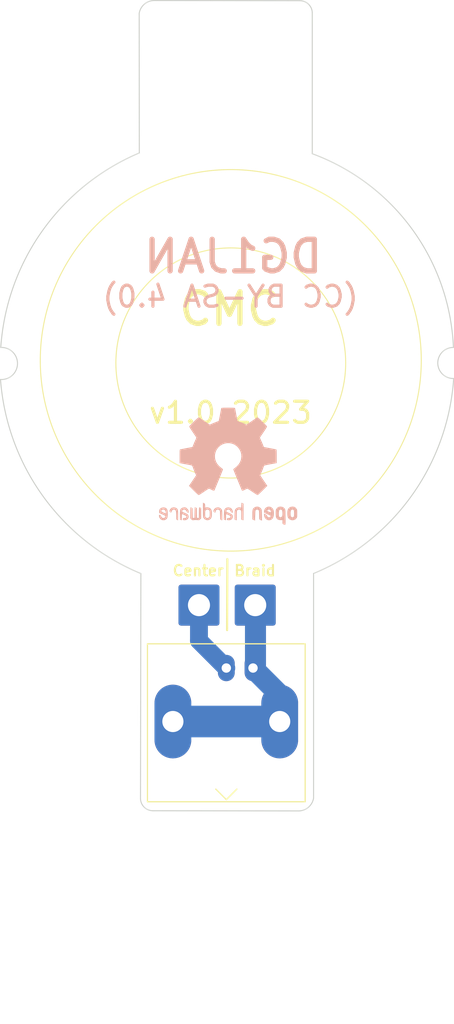
<source format=kicad_pcb>
(kicad_pcb (version 20211014) (generator pcbnew)
  (layers (0 "F.Cu" signal) (31 "B.Cu" signal) (34 "B.Paste" user) (35 "F.Paste" user) (36 "B.SilkS" user "B.Silkscreen") (37 "F.SilkS" user "F.Silkscreen") (38 "B.Mask" user) (39 "F.Mask" user) (44 "Edge.Cuts" user))
  (net 0 "")
  (net 1 "gnd")
  (footprint "MountingHole:MountingHole_2.5mm" (layer "F.Cu") (at 122.575 70.45)
    (fp_text reference "REF**" hide)
    (fp_text value "MountingHole_2.5mm" hide)
    (pad "" np_thru_hole circle (at 0 0) (size 3 3) (drill 3) (layers F&B.Cu *.Mask))
  )
  (footprint "MountingHole:MountingHole_2.5mm" (layer "F.Cu") (at 122.575 66.4)
    (fp_text reference "REF**" hide)
    (fp_text value "MountingHole_2.5mm" hide)
    (pad "" np_thru_hole circle (at 0 0) (size 3 3) (drill 3) (layers F&B.Cu *.Mask))
  )
  (footprint "MountingHole:MountingHole_2.5mm" (layer "F.Cu") (at 122.55 74.55)
    (fp_text reference "REF**" hide)
    (fp_text value "MountingHole_2.5mm" hide)
    (pad "" np_thru_hole circle (at 0 0) (size 3 3) (drill 3) (layers F&B.Cu *.Mask))
  )
  (footprint "Connector_Coaxial:BNC_Amphenol_B6252HB-NPP3G-50_Horizontal" (layer "F.Cu") (at 119.6 126.55 180)
    (fp_text reference "J1" hide)
    (fp_text value "BNC" hide)
    (fp_line (start -7.5 2.3) (end -7.5 -12.7) (layer "F.SilkS") (width 0.12))
    (fp_line (start 7.5 2.3) (end -7.5 2.3) (layer "F.SilkS") (width 0.12))
    (fp_line (start 0 -12.5) (end 1 -11.5) (layer "F.SilkS") (width 0.12))
    (fp_line (start 7.5 -12.7) (end 7.5 2.3) (layer "F.SilkS") (width 0.12))
    (fp_line (start 0 -12.5) (end -1 -11.5) (layer "F.SilkS") (width 0.12))
    (fp_line (start -7.5 -12.7) (end 7.5 -12.7) (layer "F.SilkS") (width 0.12))
    (pad "1" thru_hole oval (at 0 0 180) (size 1.6 2.5) (drill 0.89) (layers *.Cu *.Mask))
    (pad "2" thru_hole oval (at -5.08 -5.08 180) (size 3.5 7) (drill 2.01) (layers *.Cu *.Mask) (net 1 "gnd"))
    (pad "2" thru_hole oval (at -2.54 0 180) (size 1.6 2.5) (drill 0.89) (layers *.Cu *.Mask))
    (pad "2" thru_hole oval (at 5.08 -5.08 180) (size 3.5 7) (drill 2.01) (layers *.Cu *.Mask))
  )
  (footprint "Connector_Wire:SolderWire-1.5sqmm_1x01_D1.7mm_OD3.9mm" (layer "F.Cu") (at 122.35 120.575)
    (fp_text reference "J3" hide)
    (fp_text value "B_THT_Pad")
    (pad "1" thru_hole roundrect (at 0 0) (size 3.9 3.9) (drill 2.1) (layers *.Cu *.Mask) (roundrect_rratio 0.06410307692) (net 1 "gnd"))
  )
  (footprint "MountingHole:MountingHole_2.5mm" (layer "F.Cu") (at 116.625 74.6)
    (fp_text reference "REF**" hide)
    (fp_text value "MountingHole_2.5mm" hide)
    (pad "" np_thru_hole circle (at 0 0) (size 3 3) (drill 3) (layers F&B.Cu *.Mask))
  )
  (footprint "MountingHole:MountingHole_2.5mm" (layer "F.Cu") (at 116.65 66.45)
    (fp_text reference "REF**" hide)
    (fp_text value "MountingHole_2.5mm" hide)
    (pad "" np_thru_hole circle (at 0 0) (size 3 3) (drill 3) (layers F&B.Cu *.Mask))
  )
  (footprint "MountingHole:MountingHole_2.5mm" (layer "F.Cu") (at 116.65 70.5)
    (fp_text reference "REF**" hide)
    (fp_text value "MountingHole_2.5mm" hide)
    (pad "" np_thru_hole circle (at 0 0) (size 3 3) (drill 3) (layers F&B.Cu *.Mask))
  )
  (footprint "MountingHole:MountingHole_2.5mm" (layer "F.Cu") (at 114.825 97.575)
    (fp_text reference "REF**" hide)
    (fp_text value "MountingHole_2.5mm" hide)
    (pad "" np_thru_hole circle (at 0 0) (size 3 3) (drill 3) (layers F&B.Cu *.Mask))
  )
  (footprint "Connector_Wire:SolderWire-1.5sqmm_1x01_D1.7mm_OD3.9mm" (layer "F.Cu") (at 117 120.575)
    (fp_text reference "J3" hide)
    (fp_text value "B_THT_Pad")
    (pad "1" thru_hole roundrect (at 0 0) (size 3.9 3.9) (drill 2.1) (layers *.Cu *.Mask) (roundrect_rratio 0.06410307692))
  )
  (footprint "MountingHole:MountingHole_2.5mm" (layer "F.Cu") (at 124.75 97.5)
    (fp_text reference "REF**" hide)
    (fp_text value "MountingHole_2.5mm" hide)
    (pad "" np_thru_hole circle (at 0 0) (size 3 3) (drill 3) (layers F&B.Cu *.Mask))
  )
  (footprint "Symbol:OSHW-Logo2_14.6x12mm_SilkScreen" (layer "B.Cu") (at 119.775 107.375 180)
    (fp_text reference "REF**" hide)
    (fp_text value "OSHW-Logo2_14.6x12mm_SilkScreen" hide)
    (fp_poly (pts (xy -2.582571 -3.877719) (xy -2.488877 -3.931914) (xy -2.423736 -3.985707) (xy -2.376093 -4.042066) (xy -2.343272 -4.110987) (xy -2.322594 -4.202468) (xy -2.31138 -4.326506) (xy -2.306951 -4.493098) (xy -2.306437 -4.612851) (xy -2.306437 -5.053659) (xy -2.430517 -5.109283) (xy -2.554598 -5.164907) (xy -2.569195 -4.682095) (xy -2.575227 -4.501779) (xy -2.581555 -4.370901) (xy -2.589394 -4.280511) (xy -2.599963 -4.221664) (xy -2.614477 -4.185413) (xy -2.634152 -4.16281) (xy -2.640465 -4.157917) (xy -2.736112 -4.119706) (xy -2.832793 -4.134827) (xy -2.890345 -4.174943) (xy -2.913755 -4.20337) (xy -2.929961 -4.240672) (xy -2.940259 -4.297223) (xy -2.945951 -4.383394) (xy -2.948336 -4.509558) (xy -2.948736 -4.641042) (xy -2.948814 -4.805999) (xy -2.951639 -4.922761) (xy -2.961093 -5.00151) (xy -2.98106 -5.052431) (xy -3.015424 -5.085706) (xy -3.068068 -5.11152) (xy -3.138383 -5.138344) (xy -3.21518 -5.167542) (xy -3.206038 -4.649346) (xy -3.202357 -4.462539) (xy -3.19805 -4.32449) (xy -3.191877 -4.225568) (xy -3.182598 -4.156145) (xy -3.168973 -4.10659) (xy -3.149761 -4.067273) (xy -3.126598 -4.032584) (xy -3.014848 -3.92177) (xy -2.878487 -3.857689) (xy -2.730175 -3.842339) (xy -2.582571 -3.877719)) (layer "B.SilkS") (width 0.01) (fill solid))
    (fp_poly (pts (xy -1.255402 -3.723857) (xy -1.246846 -3.843188) (xy -1.237019 -3.913506) (xy -1.223401 -3.944179) (xy -1.203473 -3.944571) (xy -1.197011 -3.94091) (xy -1.11106 -3.914398) (xy -0.999255 -3.915946) (xy -0.885586 -3.943199) (xy -0.81449 -3.978455) (xy -0.741595 -4.034778) (xy -0.688307 -4.098519) (xy -0.651725 -4.17951) (xy -0.62895 -4.287586) (xy -0.617081 -4.43258) (xy -0.613218 -4.624326) (xy -0.613149 -4.661109) (xy -0.613103 -5.074288) (xy -0.705046 -5.106339) (xy -0.770348 -5.128144) (xy -0.806176 -5.138297) (xy -0.80723 -5.138391) (xy -0.810758 -5.11086) (xy -0.813761 -5.034923) (xy -0.81601 -4.920565) (xy -0.817276 -4.777769) (xy -0.817471 -4.690951) (xy -0.817877 -4.519773) (xy -0.819968 -4.397088) (xy -0.825053 -4.313) (xy -0.83444 -4.257614) (xy -0.849439 -4.221032) (xy -0.871358 -4.193359) (xy -0.885043 -4.180032) (xy -0.979051 -4.126328) (xy -1.081636 -4.122307) (xy -1.17471 -4.167725) (xy -1.191922 -4.184123) (xy -1.217168 -4.214957) (xy -1.23468 -4.251531) (xy -1.245858 -4.304415) (xy -1.252104 -4.384177) (xy -1.254818 -4.501385) (xy -1.255402 -4.662991) (xy -1.255402 -5.074288) (xy -1.347345 -5.106339) (xy -1.412647 -5.128144) (xy -1.448475 -5.138297) (xy -1.449529 -5.138391) (xy -1.452225 -5.110448) (xy -1.454655 -5.03163) (xy -1.456722 -4.909453) (xy -1.458329 -4.751432) (xy -1.459377 -4.565083) (xy -1.459769 -4.35792) (xy -1.45977 -4.348706) (xy -1.45977 -3.55902) (xy -1.364885 -3.518997) (xy -1.27 -3.478973) (xy -1.255402 -3.723857)) (layer "B.SilkS") (width 0.01) (fill solid))
    (fp_poly (pts (xy 4.314406 -3.935156) (xy 4.398469 -3.973393) (xy 4.46445 -4.019726) (xy 4.512794 -4.071532) (xy 4.546172 -4.138363) (xy 4.567253 -4.229769) (xy 4.578707 -4.355301) (xy 4.583203 -4.524508) (xy 4.583678 -4.635933) (xy 4.583678 -5.070627) (xy 4.509316 -5.104509) (xy 4.450746 -5.129272) (xy 4.42173 -5.138391) (xy 4.416179 -5.111257) (xy 4.411775 -5.038094) (xy 4.409078 -4.931263) (xy 4.408506 -4.846437) (xy 4.406046 -4.723887) (xy 4.399412 -4.626668) (xy 4.389726 -4.567134) (xy 4.382032 -4.554483) (xy 4.330311 -4.567402) (xy 4.249117 -4.600539) (xy 4.155102 -4.645461) (xy 4.064917 -4.693735) (xy 3.995215 -4.736928) (xy 3.962648 -4.766608) (xy 3.962519 -4.766929) (xy 3.96532 -4.821857) (xy 3.990439 -4.874292) (xy 4.034541 -4.916881) (xy 4.098909 -4.931126) (xy 4.153921 -4.929466) (xy 4.231835 -4.928245) (xy 4.272732 -4.946498) (xy 4.297295 -4.994726) (xy 4.300392 -5.00382) (xy 4.31104 -5.072598) (xy 4.282565 -5.11436) (xy 4.208344 -5.134263) (xy 4.128168 -5.137944) (xy 3.98389 -5.110658) (xy 3.909203 -5.07169) (xy 3.816963 -4.980148) (xy 3.768043 -4.867782) (xy 3.763654 -4.749051) (xy 3.805001 -4.638411) (xy 3.867197 -4.56908) (xy 3.929294 -4.530265) (xy 4.026895 -4.481125) (xy 4.140632 -4.431292) (xy 4.15959 -4.423677) (xy 4.284521 -4.368545) (xy 4.356539 -4.319954) (xy 4.3797 -4.271647) (xy 4.358064 -4.21737) (xy 4.32092 -4.174943) (xy 4.233127 -4.122702) (xy 4.13653 -4.118784) (xy 4.047944 -4.159041) (xy 3.984186 -4.239326) (xy 3.975817 -4.26004) (xy 3.927096 -4.336225) (xy 3.855965 -4.392785) (xy 3.766207 -4.439201) (xy 3.766207 -4.307584) (xy 3.77149 -4.227168) (xy 3.794142 -4.163786) (xy 3.844367 -4.096163) (xy 3.892582 -4.044076) (xy 3.967554 -3.970322) (xy 4.025806 -3.930702) (xy 4.088372 -3.91481) (xy 4.159193 -3.912184) (xy 4.314406 -3.935156)) (layer "B.SilkS") (width 0.01) (fill solid))
    (fp_poly (pts (xy 5.33569 -3.940018) (xy 5.370585 -3.955269) (xy 5.453877 -4.021235) (xy 5.525103 -4.116618) (xy 5.569153 -4.218406) (xy 5.576322 -4.268587) (xy 5.552285 -4.338647) (xy 5.499561 -4.375717) (xy 5.443031 -4.398164) (xy 5.417146 -4.4023) (xy 5.404542 -4.372283) (xy 5.379654 -4.306961) (xy 5.368735 -4.277445) (xy 5.307508 -4.175348) (xy 5.218861 -4.124423) (xy 5.105193 -4.125989) (xy 5.096774 -4.127994) (xy 5.036088 -4.156767) (xy 4.991474 -4.212859) (xy 4.961002 -4.303163) (xy 4.942744 -4.434571) (xy 4.934771 -4.613974) (xy 4.934023 -4.709433) (xy 4.933652 -4.859913) (xy 4.931223 -4.962495) (xy 4.92476 -5.027672) (xy 4.912288 -5.065938) (xy 4.891833 -5.087785) (xy 4.861419 -5.103707) (xy 4.859661 -5.104509) (xy 4.801091 -5.129272) (xy 4.772075 -5.138391) (xy 4.767616 -5.110822) (xy 4.763799 -5.03462) (xy 4.760899 -4.919541) (xy 4.759191 -4.775341) (xy 4.758851 -4.669814) (xy 4.760588 -4.465613) (xy 4.767382 -4.310697) (xy 4.781607 -4.196024) (xy 4.805638 -4.112551) (xy 4.841848 -4.051236) (xy 4.892612 -4.003034) (xy 4.942739 -3.969393) (xy 5.063275 -3.924619) (xy 5.203557 -3.914521) (xy 5.33569 -3.940018)) (layer "B.SilkS") (width 0.01) (fill solid))
    (fp_poly (pts (xy 2.393914 -4.154455) (xy 2.393543 -4.372661) (xy 2.392108 -4.540519) (xy 2.389002 -4.66607) (xy 2.383622 -4.757355) (xy 2.375362 -4.822415) (xy 2.363616 -4.869291) (xy 2.347781 -4.906024) (xy 2.33579 -4.926991) (xy 2.23649 -5.040694) (xy 2.110588 -5.111965) (xy 1.971291 -5.137538) (xy 1.831805 -5.11415) (xy 1.748743 -5.072119) (xy 1.661545 -4.999411) (xy 1.602117 -4.910612) (xy 1.566261 -4.79432) (xy 1.549781 -4.639135) (xy 1.547447 -4.525287) (xy 1.547761 -4.517106) (xy 1.751724 -4.517106) (xy 1.75297 -4.647657) (xy 1.758678 -4.73408) (xy 1.771804 -4.790618) (xy 1.795306 -4.831514) (xy 1.823386 -4.862362) (xy 1.917688 -4.921905) (xy 2.01894 -4.926992) (xy 2.114636 -4.877279) (xy 2.122084 -4.870543) (xy 2.153874 -4.835502) (xy 2.173808 -4.793811) (xy 2.1846 -4.731762) (xy 2.188965 -4.635644) (xy 2.189655 -4.529379) (xy 2.188159 -4.39588) (xy 2.181964 -4.306822) (xy 2.168514 -4.248293) (xy 2.145251 -4.206382) (xy 2.126175 -4.184123) (xy 2.037563 -4.127985) (xy 1.935508 -4.121235) (xy 1.838095 -4.164114) (xy 1.819296 -4.180032) (xy 1.787293 -4.215382) (xy 1.767318 -4.257502) (xy 1.756593 -4.320251) (xy 1.752339 -4.417487) (xy 1.751724 -4.517106) (xy 1.547761 -4.517106) (xy 1.554504 -4.341947) (xy 1.578472 -4.204195) (xy 1.623548 -4.100632) (xy 1.693928 -4.019856) (xy 1.748743 -3.978455) (xy 1.848376 -3.933728) (xy 1.963855 -3.912967) (xy 2.071199 -3.918525) (xy 2.131264 -3.940943) (xy 2.154835 -3.947323) (xy 2.170477 -3.923535) (xy 2.181395 -3.859788) (xy 2.189655 -3.762687) (xy 2.198699 -3.654541) (xy 2.211261 -3.589475) (xy 2.234119 -3.552268) (xy 2.274051 -3.527699) (xy 2.299138 -3.516819) (xy 2.394023 -3.477072) (xy 2.393914 -4.154455)) (layer "B.SilkS") (width 0.01) (fill solid))
    (fp_poly (pts (xy 6.343439 -3.95654) (xy 6.45895 -4.032034) (xy 6.514664 -4.099617) (xy 6.558804 -4.222255) (xy 6.562309 -4.319298) (xy 6.554368 -4.449056) (xy 6.255115 -4.580039) (xy 6.109611 -4.646958) (xy 6.014537 -4.70079) (xy 5.965101 -4.747416) (xy 5.956511 -4.79272) (xy 5.983972 -4.842582) (xy 6.014253 -4.875632) (xy 6.102363 -4.928633) (xy 6.198196 -4.932347) (xy 6.286212 -4.891041) (xy 6.350869 -4.808983) (xy 6.362433 -4.780008) (xy 6.417825 -4.689509) (xy 6.481553 -4.65094) (xy 6.568966 -4.617946) (xy 6.568966 -4.743034) (xy 6.561238 -4.828156) (xy 6.530966 -4.899938) (xy 6.467518 -4.982356) (xy 6.458088 -4.993066) (xy 6.387513 -5.066391) (xy 6.326847 -5.105742) (xy 6.25095 -5.123845) (xy 6.18803 -5.129774) (xy 6.075487 -5.131251) (xy 5.99537 -5.112535) (xy 5.94539 -5.084747) (xy 5.866838 -5.023641) (xy 5.812463 -4.957554) (xy 5.778052 -4.874441) (xy 5.759388 -4.762254) (xy 5.752256 -4.608946) (xy 5.751687 -4.531136) (xy 5.753622 -4.437853) (xy 5.929899 -4.437853) (xy 5.931944 -4.487896) (xy 5.937039 -4.496092) (xy 5.970666 -4.484958) (xy 6.04303 -4.455493) (xy 6.139747 -4.413601) (xy 6.159973 -4.404597) (xy 6.282203 -4.342442) (xy 6.349547 -4.287815) (xy 6.364348 -4.236649) (xy 6.328947 -4.184876) (xy 6.299711 -4.162) (xy 6.194216 -4.11625) (xy 6.095476 -4.123808) (xy 6.012812 -4.179651) (xy 5.955548 -4.278753) (xy 5.937188 -4.357414) (xy 5.929899 -4.437853) (xy 5.753622 -4.437853) (xy 5.755459 -4.349351) (xy 5.769359 -4.214853) (xy 5.796894 -4.116916) (xy 5.841572 -4.044811) (xy 5.906901 -3.987813) (xy 5.935383 -3.969393) (xy 6.064763 -3.921422) (xy 6.206412 -3.918403) (xy 6.343439 -3.95654)) (layer "B.SilkS") (width 0.01) (fill solid))
    (fp_poly (pts (xy 3.580124 -3.93984) (xy 3.584579 -4.016653) (xy 3.588071 -4.133391) (xy 3.590315 -4.280821) (xy 3.591035 -4.435455) (xy 3.591035 -4.958727) (xy 3.498645 -5.051117) (xy 3.434978 -5.108047) (xy 3.379089 -5.131107) (xy 3.302702 -5.129647) (xy 3.27238 -5.125934) (xy 3.17761 -5.115126) (xy 3.099222 -5.108933) (xy 3.080115 -5.108361) (xy 3.015699 -5.112102) (xy 2.923571 -5.121494) (xy 2.88785 -5.125934) (xy 2.800114 -5.132801) (xy 2.741153 -5.117885) (xy 2.68269 -5.071835) (xy 2.661585 -5.051117) (xy 2.569195 -4.958727) (xy 2.569195 -3.979947) (xy 2.643558 -3.946066) (xy 2.70759 -3.92097) (xy 2.745052 -3.912184) (xy 2.754657 -3.93995) (xy 2.763635 -4.01753) (xy 2.771386 -4.136348) (xy 2.777314 -4.287828) (xy 2.780173 -4.415805) (xy 2.788161 -4.919425) (xy 2.857848 -4.929278) (xy 2.921229 -4.922389) (xy 2.952286 -4.900083) (xy 2.960967 -4.858379) (xy 2.968378 -4.769544) (xy 2.973931 -4.644834) (xy 2.977036 -4.495507) (xy 2.977484 -4.418661) (xy 2.977931 -3.976287) (xy 3.069874 -3.944235) (xy 3.134949 -3.922443) (xy 3.170347 -3.912281) (xy 3.171368 -3.912184) (xy 3.17492 -3.939809) (xy 3.178823 -4.016411) (xy 3.182751 -4.132579) (xy 3.186376 -4.278904) (xy 3.188908 -4.415805) (xy 3.196897 -4.919425) (xy 3.372069 -4.919425) (xy 3.380107 -4.459965) (xy 3.388146 -4.000505) (xy 3.473543 -3.956344) (xy 3.536593 -3.926019) (xy 3.57391 -3.912258) (xy 3.574987 -3.912184) (xy 3.580124 -3.93984)) (layer "B.SilkS") (width 0.01) (fill solid))
    (fp_poly (pts (xy -3.684448 -3.884676) (xy -3.569342 -3.962111) (xy -3.480389 -4.073949) (xy -3.427251 -4.216265) (xy -3.416503 -4.321015) (xy -3.417724 -4.364726) (xy -3.427944 -4.398194) (xy -3.456039 -4.428179) (xy -3.510884 -4.46144) (xy -3.601355 -4.504738) (xy -3.736328 -4.564833) (xy -3.737011 -4.565134) (xy -3.861249 -4.622037) (xy -3.963127 -4.672565) (xy -4.032233 -4.71128) (xy -4.058154 -4.73274) (xy -4.058161 -4.732913) (xy -4.035315 -4.779644) (xy -3.981891 -4.831154) (xy -3.920558 -4.868261) (xy -3.889485 -4.875632) (xy -3.804711 -4.850138) (xy -3.731707 -4.786291) (xy -3.696087 -4.716094) (xy -3.66182 -4.664343) (xy -3.594697 -4.605409) (xy -3.515792 -4.554496) (xy -3.446179 -4.526809) (xy -3.431623 -4.525287) (xy -3.415237 -4.550321) (xy -3.41425 -4.614311) (xy -3.426292 -4.700593) (xy -3.448993 -4.792501) (xy -3.479986 -4.873369) (xy -3.481552 -4.876509) (xy -3.574819 -5.006734) (xy -3.695696 -5.095311) (xy -3.832973 -5.138786) (xy -3.97544 -5.133706) (xy -4.111888 -5.076616) (xy -4.117955 -5.072602) (xy -4.22529 -4.975326) (xy -4.295868 -4.848409) (xy -4.334926 -4.681526) (xy -4.340168 -4.634639) (xy -4.349452 -4.413329) (xy -4.338322 -4.310124) (xy -4.058161 -4.310124) (xy -4.054521 -4.374503) (xy -4.034611 -4.393291) (xy -3.984974 -4.379235) (xy -3.906733 -4.346009) (xy -3.819274 -4.304359) (xy -3.817101 -4.303256) (xy -3.74297 -4.264265) (xy -3.713219 -4.238244) (xy -3.720555 -4.210965) (xy -3.751447 -4.175121) (xy -3.83004 -4.123251) (xy -3.914677 -4.119439) (xy -3.990597 -4.157189) (xy -4.043035 -4.230001) (xy -4.058161 -4.310124) (xy -4.338322 -4.310124) (xy -4.330356 -4.236261) (xy -4.281366 -4.095829) (xy -4.213164 -3.997447) (xy -4.090065 -3.89803) (xy -3.954472 -3.848711) (xy -3.816045 -3.845568) (xy -3.684448 -3.884676)) (layer "B.SilkS") (width 0.01) (fill solid))
    (fp_poly (pts (xy 1.065943 -3.92192) (xy 1.198565 -3.970859) (xy 1.30601 -4.057419) (xy 1.348032 -4.118352) (xy 1.393843 -4.230161) (xy 1.392891 -4.311006) (xy 1.344808 -4.365378) (xy 1.327017 -4.374624) (xy 1.250204 -4.40345) (xy 1.210976 -4.396065) (xy 1.197689 -4.347658) (xy 1.197012 -4.32092) (xy 1.172686 -4.222548) (xy 1.109281 -4.153734) (xy 1.021154 -4.120498) (xy 0.922663 -4.128861) (xy 0.842602 -4.172296) (xy 0.815561 -4.197072) (xy 0.796394 -4.227129) (xy 0.783446 -4.272565) (xy 0.775064 -4.343476) (xy 0.769593 -4.44996) (xy 0.765378 -4.602112) (xy 0.764287 -4.650287) (xy 0.760307 -4.815095) (xy 0.755781 -4.931088) (xy 0.748995 -5.007833) (xy 0.738231 -5.054893) (xy 0.721773 -5.081835) (xy 0.697906 -5.098223) (xy 0.682626 -5.105463) (xy 0.617733 -5.13022) (xy 0.579534 -5.138391) (xy 0.566912 -5.111103) (xy 0.559208 -5.028603) (xy 0.55638 -4.889941) (xy 0.558386 -4.694162) (xy 0.559011 -4.663965) (xy 0.563421 -4.485349) (xy 0.568635 -4.354923) (xy 0.576055 -4.262492) (xy 0.587082 -4.197858) (xy 0.603117 -4.150825) (xy 0.625561 -4.111196) (xy 0.637302 -4.094215) (xy 0.704619 -4.01908) (xy 0.77991 -3.960638) (xy 0.789128 -3.955536) (xy 0.924133 -3.91526) (xy 1.065943 -3.92192)) (layer "B.SilkS") (width 0.01) (fill solid))
    (fp_poly (pts (xy 0.209014 5.547002) (xy 0.367006 5.546137) (xy 0.481347 5.543795) (xy 0.559407 5.539238) (xy 0.608554 5.53173) (xy 0.636159 5.520534) (xy 0.649592 5.504912) (xy 0.656221 5.484127) (xy 0.656865 5.481437) (xy 0.666935 5.432887) (xy 0.685575 5.337095) (xy 0.710845 5.204257) (xy 0.740807 5.044569) (xy 0.773522 4.868226) (xy 0.774664 4.862033) (xy 0.807433 4.689218) (xy 0.838093 4.536531) (xy 0.864664 4.413129) (xy 0.885167 4.328169) (xy 0.897626 4.29081) (xy 0.89822 4.290148) (xy 0.934919 4.271905) (xy 1.010586 4.241503) (xy 1.108878 4.205507) (xy 1.109425 4.205315) (xy 1.233233 4.158778) (xy 1.379196 4.099496) (xy 1.516781 4.039891) (xy 1.523293 4.036944) (xy 1.74739 3.935235) (xy 2.243619 4.274103) (xy 2.395846 4.377408) (xy 2.533741 4.469763) (xy 2.649315 4.545916) (xy 2.734579 4.600615) (xy 2.781544 4.628607) (xy 2.786004 4.630683) (xy 2.820134 4.62144) (xy 2.883881 4.576844) (xy 2.979731 4.494791) (xy 3.110169 4.373179) (xy 3.243328 4.243795) (xy 3.371694 4.116298) (xy 3.486581 3.999954) (xy 3.581073 3.901948) (xy 3.648253 3.829464) (xy 3.681206 3.789687) (xy 3.682432 3.787639) (xy 3.686074 3.760344) (xy 3.67235 3.715766) (xy 3.637869 3.647888) (xy 3.579239 3.550689) (xy 3.49307 3.418149) (xy 3.3782 3.247524) (xy 3.276254 3.097345) (xy 3.185123 2.96265) (xy 3.110073 2.85126) (xy 3.056369 2.770995) (xy 3.02928 2.729675) (xy 3.027574 2.72687) (xy 3.030882 2.687279) (xy 3.055953 2.610331) (xy 3.097798 2.510568) (xy 3.112712 2.478709) (xy 3.177786 2.336774) (xy 3.247212 2.175727) (xy 3.303609 2.036379) (xy 3.344247 1.932956) (xy 3.376526 1.854358) (xy 3.395178 1.81328) (xy 3.397497 1.810115) (xy 3.431803 1.804872) (xy 3.512669 1.790506) (xy 3.629343 1.769063) (xy 3.771075 1.742587) (xy 3.92711 1.713123) (xy 4.086698 1.682717) (xy 4.239085 1.653412) (xy 4.373521 1.627255) (xy 4.479252 1.60629) (xy 4.545526 1.592561) (xy 4.561782 1.58868) (xy 4.578573 1.5791) (xy 4.591249 1.557464) (xy 4.600378 1.516469) (xy 4.606531 1.448811) (xy 4.61028 1.347188) (xy 4.612192 1.204297) (xy 4.61284 1.012835) (xy 4.612874 0.934355) (xy 4.612874 0.296094) (xy 4.459598 0.26584) (xy 4.374322 0.249436) (xy 4.24707 0.225491) (xy 4.093315 0.196893) (xy 3.928534 0.166533) (xy 3.882989 0.158194) (xy 3.730932 0.12863) (xy 3.598468 0.099558) (xy 3.496714 0.073671) (xy 3.436788 0.053663) (xy 3.426805 0.047699) (xy 3.402293 0.005466) (xy 3.367148 -0.07637) (xy 3.328173 -0.181683) (xy 3.320442 -0.204368) (xy 3.26936 -0.345018) (xy 3.205954 -0.503714) (xy 3.143904 -0.646225) (xy 3.143598 -0.646886) (xy 3.040267 -0.87044) (xy 3.719961 -1.870232) (xy 3.283621 -2.3073) (xy 3.151649 -2.437381) (xy 3.031279 -2.552048) (xy 2.929273 -2.645181) (xy 2.852391 -2.710658) (xy 2.807393 -2.742357) (xy 2.800938 -2.744368) (xy 2.76304 -2.728529) (xy 2.685708 -2.684496) (xy 2.577389 -2.61749) (xy 2.446532 -2.532734) (xy 2.305052 -2.437816) (xy 2.161461 -2.340998) (xy 2.033435 -2.256751) (xy 1.929105 -2.190258) (xy 1.8566 -2.146702) (xy 1.824158 -2.131264) (xy 1.784576 -2.144328) (xy 1.709519 -2.17875) (xy 1.614468 -2.22738) (xy 1.604392 -2.232785) (xy 1.476391 -2.29698) (xy 1.388618 -2.328463) (xy 1.334028 -2.328798) (xy 1.305575 -2.299548) (xy 1.30541 -2.299138) (xy 1.291188 -2.264498) (xy 1.257269 -2.182269) (xy 1.206284 -2.058814) (xy 1.140862 -1.900498) (xy 1.063634 -1.713686) (xy 0.977229 -1.504742) (xy 0.893551 -1.302446) (xy 0.801588 -1.0792) (xy 0.71715 -0.872392) (xy 0.642769 -0.688362) (xy 0.580974 -0.533451) (xy 0.534297 -0.413996) (xy 0.505268 -0.336339) (xy 0.496322 -0.307356) (xy 0.518756 -0.27411) (xy 0.577439 -0.221123) (xy 0.655689 -0.162704) (xy 0.878534 0.022048) (xy 1.052718 0.233818) (xy 1.176154 0.468144) (xy 1.246754 0.720566) (xy 1.262431 0.986623) (xy 1.251036 1.109425) (xy 1.18895 1.364207) (xy 1.082023 1.589199) (xy 0.936889 1.782183) (xy 0.760178 1.940939) (xy 0.558522 2.06325) (xy 0.338554 2.146895) (xy 0.106906 2.189656) (xy -0.129791 2.189313) (xy -0.364905 2.143648) (xy -0.591804 2.050441) (xy -0.803856 1.907473) (xy -0.892364 1.826617) (xy -1.062111 1.618993) (xy -1.180301 1.392105) (xy -1.247722 1.152567) (xy -1.26516 0.906993) (xy -1.233402 0.661997) (xy -1.153235 0.424192) (xy -1.025445 0.200193) (xy -0.85082 -0.003387) (xy -0.655688 -0.162704) (xy -0.574409 -0.223602) (xy -0.516991 -0.276015) (xy -0.496322 -0.307406) (xy -0.507144 -0.341639) (xy -0.537923 -0.423419) (xy -0.586126 -0.546407) (xy -0.649222 -0.704263) (xy -0.724678 -0.890649) (xy -0.809962 -1.099226) (xy -0.893781 -1.302496) (xy -0.986255 -1.525933) (xy -1.071911 -1.732984) (xy -1.148118 -1.917286) (xy -1.212247 -2.072475) (xy -1.261668 -2.192188) (xy -1.293752 -2.270061) (xy -1.305641 -2.299138) (xy -1.333726 -2.328677) (xy -1.388051 -2.328591) (xy -1.475605 -2.297326) (xy -1.603381 -2.233329) (xy -1.604392 -2.232785) (xy -1.700598 -2.183121) (xy -1.778369 -2.146945) (xy -1.822223 -2.131408) (xy -1.824158 -2.131264) (xy -1.857171 -2.147024) (xy -1.930054 -2.19085) (xy -2.034678 -2.257557) (xy -2.16291 -2.341964) (xy -2.305052 -2.437816) (xy -2.449767 -2.534867) (xy -2.580196 -2.61927) (xy -2.68789 -2.685801) (xy -2.764402 -2.729238) (xy -2.800938 -2.744368) (xy -2.834582 -2.724482) (xy -2.902224 -2.668903) (xy -2.997107 -2.583754) (xy -3.11247 -2.475153) (xy -3.241555 -2.349221) (xy -3.283771 -2.307149) (xy -3.720261 -1.869931) (xy -3.388023 -1.38234) (xy -3.287054 -1.232605) (xy -3.198438 -1.09822) (xy -3.127146 -0.986969) (xy -3.07815 -0.906639) (xy -3.056422 -0.865014) (xy -3.055785 -0.862053) (xy -3.06724 -0.822818) (xy -3.098051 -0.743895) (xy -3.142884 -0.638509) (xy -3.174353 -0.567954) (xy -3.233192 -0.432876) (xy -3.288604 -0.296409) (xy -3.331564 -0.181103) (xy -3.343234 -0.145977) (xy -3.376389 -0.052174) (xy -3.408799 0.020306) (xy -3.426601 0.047699) (xy -3.465886 0.064464) (xy -3.551626 0.08823) (xy -3.672697 0.116303) (xy -3.817973 0.145991) (xy -3.882988 0.158194) (xy -4.048087 0.188532) (xy -4.206448 0.217907) (xy -4.342596 0.243431) (xy -4.441057 0.262215) (xy -4.459598 0.26584) (xy -4.612873 0.296094) (xy -4.612873 0.934355) (xy -4.612529 1.14423) (xy -4.611116 1.30302) (xy -4.608064 1.418027) (xy -4.602803 1.496554) (xy -4.594763 1.545904) (xy -4.583373 1.573381) (xy -4.568063 1.586287) (xy -4.561782 1.58868) (xy -4.523896 1.597167) (xy -4.440195 1.6141) (xy -4.321433 1.637434) (xy -4.178361 1.665125) (xy -4.021732 1.695127) (xy -3.862297 1.725396) (xy -3.710809 1.753885) (xy -3.578019 1.778551) (xy -3.474681 1.797349) (xy -3.411545 1.808233) (xy -3.397497 1.810115) (xy -3.38477 1.835296) (xy -3.3566 1.902378) (xy -3.318252 1.998667) (xy -3.303609 2.036379) (xy -3.244548 2.182079) (xy -3.175 2.343049) (xy -3.112712 2.478709) (xy -3.066879 2.582439) (xy -3.036387 2.667674) (xy -3.026208 2.719874) (xy -3.027831 2.72687) (xy -3.049343 2.759898) (xy -3.098465 2.833357) (xy -3.169923 2.939423) (xy -3.258445 3.070274) (xy -3.358759 3.218088) (xy -3.378594 3.247266) (xy -3.494988 3.420137) (xy -3.580548 3.551774) (xy -3.638684 3.648239) (xy -3.672808 3.715592) (xy -3.686331 3.759894) (xy -3.682664 3.787206) (xy -3.68257 3.78738) (xy -3.653707 3.823254) (xy -3.589867 3.892609) (xy -3.497969 3.988255) (xy -3.384933 4.103001) (xy -3.257679 4.229659) (xy -3.243328 4.243795) (xy -3.082957 4.399097) (xy -2.959195 4.51313) (xy -2.869555 4.587998) (xy -2.811552 4.625804) (xy -2.786004 4.630683) (xy -2.748718 4.609397) (xy -2.671343 4.560227) (xy -2.561867 4.488425) (xy -2.42828 4.399245) (xy -2.27857 4.297937) (xy -2.243618 4.274103) (xy -1.74739 3.935235) (xy -1.523293 4.036944) (xy -1.387011 4.096217) (xy -1.240724 4.15583) (xy -1.114965 4.20336) (xy -1.109425 4.205315) (xy -1.011057 4.241323) (xy -0.935229 4.271771) (xy -0.898282 4.290095) (xy -0.89822 4.290148) (xy -0.886496 4.323271) (xy -0.866568 4.404733) (xy -0.840413 4.525375) (xy -0.81001 4.676041) (xy -0.777337 4.847572) (xy -0.774664 4.862033) (xy -0.74189 5.038765) (xy -0.711802 5.19919) (xy -0.686339 5.333112) (xy -0.667441 5.430337) (xy -0.657047 5.480668) (xy -0.656865 5.481437) (xy -0.650539 5.502847) (xy -0.638239 5.519012) (xy -0.612594 5.530669) (xy -0.566235 5.538555) (xy -0.491792 5.543407) (xy -0.381895 5.545961) (xy -0.229175 5.546955) (xy -0.026262 5.547126) (xy 0 5.547126) (xy 0.209014 5.547002)) (layer "B.SilkS") (width 0.01) (fill solid))
    (fp_poly (pts (xy -4.8281 -3.861903) (xy -4.71655 -3.917522) (xy -4.618092 -4.019931) (xy -4.590977 -4.057864) (xy -4.561438 -4.1075) (xy -4.542272 -4.161412) (xy -4.531307 -4.233364) (xy -4.526371 -4.337122) (xy -4.525287 -4.474101) (xy -4.530182 -4.661815) (xy -4.547196 -4.802758) (xy -4.579823 -4.907908) (xy -4.631558 -4.988243) (xy -4.705896 -5.054741) (xy -4.711358 -5.058678) (xy -4.78462 -5.098953) (xy -4.87284 -5.11888) (xy -4.985038 -5.123793) (xy -5.167433 -5.123793) (xy -5.167509 -5.300857) (xy -5.169207 -5.39947) (xy -5.17955 -5.457314) (xy -5.206578 -5.492006) (xy -5.258332 -5.521164) (xy -5.270761 -5.527121) (xy -5.328923 -5.555039) (xy -5.373956 -5.572672) (xy -5.407441 -5.574194) (xy -5.430962 -5.553781) (xy -5.4461 -5.505607) (xy -5.454437 -5.423846) (xy -5.457556 -5.302672) (xy -5.45704 -5.13626) (xy -5.454471 -4.918785) (xy -5.453668 -4.853736) (xy -5.450778 -4.629502) (xy -5.448188 -4.482821) (xy -5.167586 -4.482821) (xy -5.166009 -4.607326) (xy -5.159 -4.688787) (xy -5.143142 -4.742515) (xy -5.115019 -4.783823) (xy -5.095925 -4.803971) (xy -5.017865 -4.862921) (xy -4.948753 -4.86772) (xy -4.87744 -4.819038) (xy -4.875632 -4.817241) (xy -4.846617 -4.779618) (xy -4.828967 -4.728484) (xy -4.820064 -4.649738) (xy -4.817291 -4.529276) (xy -4.817241 -4.502588) (xy -4.823942 -4.336583) (xy -4.845752 -4.221505) (xy -4.885235 -4.151254) (xy -4.944956 -4.119729) (xy -4.979472 -4.116552) (xy -5.061389 -4.13146) (xy -5.117579 -4.180548) (xy -5.151402 -4.270362) (xy -5.16622 -4.407445) (xy -5.167586 -4.482821) (xy -5.448188 -4.482821) (xy -5.447713 -4.455952) (xy -5.443753 -4.325382) (xy -5.438174 -4.230087) (xy -5.430254 -4.162364) (xy -5.419269 -4.114507) (xy -5.404499 -4.078813) (xy -5.385218 -4.047578) (xy -5.376951 -4.035824) (xy -5.267288 -3.924797) (xy -5.128635 -3.861847) (xy -4.968246 -3.844297) (xy -4.8281 -3.861903)) (layer "B.SilkS") (width 0.01) (fill solid))
    (fp_poly (pts (xy 0.079944 -3.92436) (xy 0.194343 -3.966842) (xy 0.195652 -3.967658) (xy 0.266403 -4.01973) (xy 0.318636 -4.080584) (xy 0.355371 -4.159887) (xy 0.379634 -4.267309) (xy 0.394445 -4.412517) (xy 0.402829 -4.605179) (xy 0.403564 -4.632628) (xy 0.41412 -5.046521) (xy 0.325291 -5.092456) (xy 0.261018 -5.123498) (xy 0.22221 -5.138206) (xy 0.220415 -5.138391) (xy 0.2137 -5.11125) (xy 0.208365 -5.038041) (xy 0.205083 -4.931081) (xy 0.204368 -4.844469) (xy 0.204351 -4.704162) (xy 0.197937 -4.616051) (xy 0.17558 -4.574025) (xy 0.127732 -4.571975) (xy 0.044849 -4.60379) (xy -0.080287 -4.662272) (xy -0.172303 -4.710845) (xy -0.219629 -4.752986) (xy -0.233542 -4.798916) (xy -0.233563 -4.801189) (xy -0.210605 -4.880311) (xy -0.14263 -4.923055) (xy -0.038602 -4.929246) (xy 0.03633 -4.928172) (xy 0.075839 -4.949753) (xy 0.100478 -5.001591) (xy 0.114659 -5.067632) (xy 0.094223 -5.105104) (xy 0.086528 -5.110467) (xy 0.014083 -5.132006) (xy -0.087367 -5.135055) (xy -0.191843 -5.120778) (xy -0.265875 -5.094688) (xy -0.368228 -5.007785) (xy -0.426409 -4.886816) (xy -0.437931 -4.792308) (xy -0.429138 -4.707062) (xy -0.39732 -4.637476) (xy -0.334316 -4.575672) (xy -0.231969 -4.513772) (xy -0.082118 -4.443897) (xy -0.072988 -4.439948) (xy 0.061997 -4.377588) (xy 0.145294 -4.326446) (xy 0.180997 -4.280488) (xy 0.173203 -4.233683) (xy 0.126007 -4.179998) (xy 0.111894 -4.167644) (xy 0.017359 -4.119741) (xy -0.080594 -4.121758) (xy -0.165903 -4.168724) (xy -0.222504 -4.255669) (xy -0.227763 -4.272734) (xy -0.278977 -4.355504) (xy -0.343963 -4.395372) (xy -0.437931 -4.434882) (xy -0.437931 -4.332658) (xy -0.409347 -4.184072) (xy -0.324505 -4.047784) (xy -0.280355 -4.002191) (xy -0.179995 -3.943674) (xy -0.052365 -3.917184) (xy 0.079944 -3.92436)) (layer "B.SilkS") (width 0.01) (fill solid))
    (fp_poly (pts (xy -5.951779 -3.866015) (xy -5.814939 -3.937968) (xy -5.713949 -4.053766) (xy -5.678075 -4.128213) (xy -5.650161 -4.239992) (xy -5.635871 -4.381227) (xy -5.634516 -4.535371) (xy -5.645405 -4.685879) (xy -5.667847 -4.816205) (xy -5.70115 -4.909803) (xy -5.711385 -4.925922) (xy -5.832618 -5.046249) (xy -5.976613 -5.118317) (xy -6.132861 -5.139408) (xy -6.290852 -5.106802) (xy -6.33482 -5.087253) (xy -6.420444 -5.027012) (xy -6.495592 -4.947135) (xy -6.502694 -4.937004) (xy -6.531561 -4.888181) (xy -6.550643 -4.83599) (xy -6.561916 -4.767285) (xy -6.567355 -4.668918) (xy -6.568938 -4.527744) (xy -6.568965 -4.496092) (xy -6.568893 -4.486019) (xy -6.277011 -4.486019) (xy -6.275313 -4.619256) (xy -6.268628 -4.707674) (xy -6.254575 -4.764785) (xy -6.230771 -4.804102) (xy -6.218621 -4.817241) (xy -6.148764 -4.867172) (xy -6.080941 -4.864895) (xy -6.012365 -4.821584) (xy -5.971465 -4.775346) (xy -5.947242 -4.707857) (xy -5.933639 -4.601433) (xy -5.932706 -4.58902) (xy -5.930384 -4.396147) (xy -5.95465 -4.2529) (xy -6.005176 -4.16016) (xy -6.081632 -4.118807) (xy -6.108924 -4.116552) (xy -6.180589 -4.127893) (xy -6.22961 -4.167184) (xy -6.259582 -4.242326) (xy -6.274101 -4.361222) (xy -6.277011 -4.486019) (xy -6.568893 -4.486019) (xy -6.567878 -4.345659) (xy -6.563312 -4.240549) (xy -6.553312 -4.167714) (xy -6.535921 -4.114108) (xy -6.509184 -4.066681) (xy -6.503276 -4.057864) (xy -6.403968 -3.939007) (xy -6.295758 -3.870008) (xy -6.164019 -3.842619) (xy -6.119283 -3.841281) (xy -5.951779 -3.866015)) (layer "B.SilkS") (width 0.01) (fill solid))
  )
  (gr_circle (center 120.025 97.575) (end 130.953661 97.575) (layer "F.SilkS") (width 0.1) (fill none))
  (gr_circle (center 120.025 97.325) (end 138.143585 97.325) (layer "F.SilkS") (width 0.1) (fill none))
  (gr_line (start 119.675 122.95) (end 119.7 116.2) (layer "F.SilkS") (width 0.2))
  (gr_arc (start 141.225 99.05) (mid 139.711132 97.587723) (end 141.2 96.1) (layer "Edge.Cuts") (width 0.1))
  (gr_arc (start 127.775 77.7) (mid 137.274739 84.866376) (end 141.2 96.1) (layer "Edge.Cuts") (width 0.1))
  (gr_line (start 111.314785 64.370948) (end 111.325 77.625) (layer "Edge.Cuts") (width 0.1))
  (gr_line (start 126.596273 63.165457) (end 112.691416 63.149431) (layer "Edge.Cuts") (width 0.1))
  (gr_arc (start 98.15 96.1) (mid 99.740276 97.634881) (end 98.125902 99.144397) (layer "Edge.Cuts") (width 0.1))
  (gr_arc (start 112.618512 140.105491) (mid 111.800341 139.776018) (end 111.438769 138.971517) (layer "Edge.Cuts") (width 0.1))
  (gr_arc (start 111.314785 64.370948) (mid 111.784728 63.514087) (end 112.691416 63.149431) (layer "Edge.Cuts") (width 0.1))
  (gr_line (start 127.776016 64.299431) (end 127.775 77.7) (layer "Edge.Cuts") (width 0.1))
  (gr_line (start 127.9 138.9) (end 127.9 117.570379) (layer "Edge.Cuts") (width 0.1))
  (gr_arc (start 141.225 99.05) (mid 137.206047 110.212163) (end 127.9 117.570379) (layer "Edge.Cuts") (width 0.1))
  (gr_arc (start 98.15 96.1) (mid 102.12156 85.000379) (end 111.325 77.625) (layer "Edge.Cuts") (width 0.1))
  (gr_arc (start 126.596273 63.165457) (mid 127.414444 63.49493) (end 127.776016 64.299431) (layer "Edge.Cuts") (width 0.1))
  (gr_arc (start 127.9 138.9) (mid 127.43005 139.756853) (end 126.523369 140.121517) (layer "Edge.Cuts") (width 0.1))
  (gr_arc (start 111.475 117.575) (mid 102.18465 110.254297) (end 98.125902 99.144397) (layer "Edge.Cuts") (width 0.1))
  (gr_line (start 111.438769 138.971517) (end 111.475 117.575) (layer "Edge.Cuts") (width 0.1))
  (gr_line (start 112.618512 140.105491) (end 126.523369 140.121517) (layer "Edge.Cuts") (width 0.1))
  (gr_text "DG1JAN" (at 120.254 87.465) (layer "B.SilkS") (effects (font (size 3 3) (thickness 0.5)) (justify mirror)))
  (gr_text "(CC BY-SA 4.0)" (at 120 91.275) (layer "B.SilkS") (effects (font (size 2 2) (thickness 0.3)) (justify mirror)))
  (gr_text "Braid" (at 122.325 117.3) (layer "F.SilkS") (effects (font (size 1 1) (thickness 0.2))))
  (gr_text "v1.0 2023" (at 120 102.3) (layer "F.SilkS") (effects (font (size 2 2) (thickness 0.3))))
  (gr_text "Center" (at 116.925 117.3) (layer "F.SilkS") (effects (font (size 1 1) (thickness 0.2))))
  (gr_text "CMC" (at 119.9 92.45) (layer "F.SilkS") (effects (font (size 3 3) (thickness 0.5))))
  (segment (start 119.6 126.55) (end 117 123.95) (width 1.7) (layer "B.Cu") (net 0))
  (segment (start 117 123.95) (end 117 120.575) (width 1.7) (layer "B.Cu") (net 0))
  (segment (start 122.35 120.575) (end 122.375 120.6) (width 2) (layer "F.Cu") (net 1))
  (segment (start 122.375 126.725) (end 122.345 126.755) (width 0.25) (layer "F.Cu") (net 1))
  (segment (start 122.345 126.755) (end 122.14 126.55) (width 0.25) (layer "F.Cu") (net 1))
  (segment (start 124.68 131.63) (end 124.68 129.09) (width 0.25) (layer "F.Cu") (net 1))
  (segment (start 122.375 120.6) (end 122.375 126.725) (width 2) (layer "B.Cu") (net 1))
  (segment (start 114.52 131.63) (end 124.68 131.63) (width 3) (layer "B.Cu") (net 1))
  (segment (start 124.68 129.09) (end 122.345 126.755) (width 2) (layer "B.Cu") (net 1))
)
</source>
